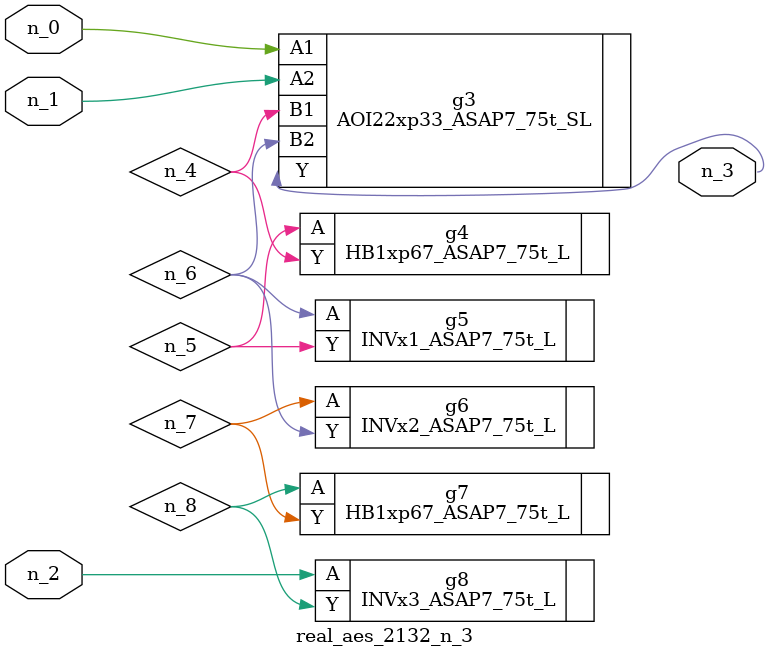
<source format=v>
module real_aes_2132_n_3 (n_0, n_2, n_1, n_3);
input n_0;
input n_2;
input n_1;
output n_3;
wire n_4;
wire n_5;
wire n_7;
wire n_8;
wire n_6;
AOI22xp33_ASAP7_75t_SL g3 ( .A1(n_0), .A2(n_1), .B1(n_4), .B2(n_6), .Y(n_3) );
INVx3_ASAP7_75t_L g8 ( .A(n_2), .Y(n_8) );
HB1xp67_ASAP7_75t_L g4 ( .A(n_5), .Y(n_4) );
INVx1_ASAP7_75t_L g5 ( .A(n_6), .Y(n_5) );
INVx2_ASAP7_75t_L g6 ( .A(n_7), .Y(n_6) );
HB1xp67_ASAP7_75t_L g7 ( .A(n_8), .Y(n_7) );
endmodule
</source>
